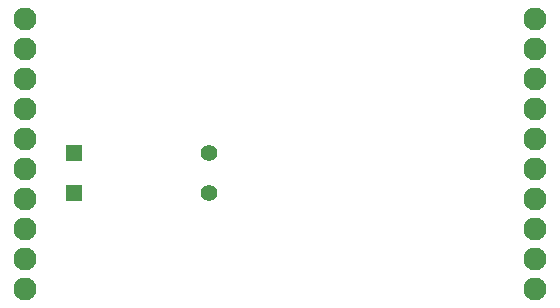
<source format=gbr>
%TF.GenerationSoftware,KiCad,Pcbnew,8.0.8*%
%TF.CreationDate,2025-03-02T21:09:30-05:00*%
%TF.ProjectId,VCU Charge Mode Signal Module V3.1,56435520-4368-4617-9267-65204d6f6465,rev?*%
%TF.SameCoordinates,Original*%
%TF.FileFunction,Soldermask,Bot*%
%TF.FilePolarity,Negative*%
%FSLAX46Y46*%
G04 Gerber Fmt 4.6, Leading zero omitted, Abs format (unit mm)*
G04 Created by KiCad (PCBNEW 8.0.8) date 2025-03-02 21:09:30*
%MOMM*%
%LPD*%
G01*
G04 APERTURE LIST*
%ADD10R,1.397000X1.397000*%
%ADD11C,1.397000*%
%ADD12C,1.954000*%
G04 APERTURE END LIST*
D10*
%TO.C,R2*%
X26670000Y-37300000D03*
D11*
X38100000Y-37300000D03*
%TD*%
D12*
%TO.C,J1*%
X22550000Y-22550000D03*
X22550000Y-25090000D03*
X22550000Y-27630000D03*
X22550000Y-30170000D03*
X22550000Y-32710000D03*
X22550000Y-35250000D03*
X22550000Y-37790000D03*
X22550000Y-40330000D03*
X22550000Y-42870000D03*
X22550000Y-45410000D03*
%TD*%
D10*
%TO.C,R1*%
X26670000Y-33846800D03*
D11*
X38100000Y-33846800D03*
%TD*%
D12*
%TO.C,J2*%
X65730000Y-22550000D03*
X65730000Y-25090000D03*
X65730000Y-27630000D03*
X65730000Y-30170000D03*
X65730000Y-32710000D03*
X65730000Y-35250000D03*
X65730000Y-37790000D03*
X65730000Y-40330000D03*
X65730000Y-42870000D03*
X65730000Y-45410000D03*
%TD*%
M02*

</source>
